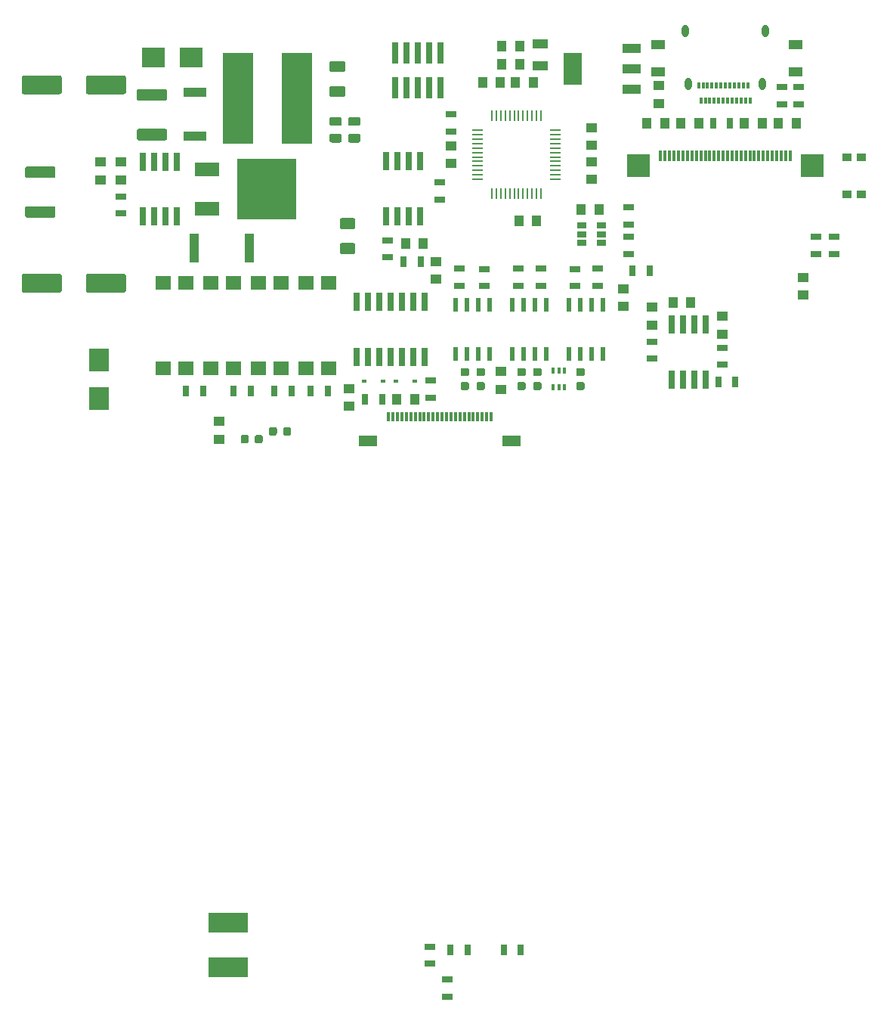
<source format=gbr>
G04 #@! TF.GenerationSoftware,KiCad,Pcbnew,5.1.5+dfsg1-2build2*
G04 #@! TF.CreationDate,2021-05-28T09:23:46+02:00*
G04 #@! TF.ProjectId,OpenDropV4,4f70656e-4472-46f7-9056-342e6b696361,rev?*
G04 #@! TF.SameCoordinates,Original*
G04 #@! TF.FileFunction,Paste,Bot*
G04 #@! TF.FilePolarity,Positive*
%FSLAX46Y46*%
G04 Gerber Fmt 4.6, Leading zero omitted, Abs format (unit mm)*
G04 Created by KiCad (PCBNEW 5.1.5+dfsg1-2build2) date 2021-05-28 09:23:46*
%MOMM*%
%LPD*%
G04 APERTURE LIST*
%ADD10O,0.800000X1.400000*%
%ADD11R,0.300000X0.700000*%
%ADD12R,4.500000X2.200000*%
%ADD13R,2.000000X1.300000*%
%ADD14R,0.300000X1.000000*%
%ADD15R,1.000000X1.250000*%
%ADD16R,1.800000X1.000000*%
%ADD17R,1.250000X1.000000*%
%ADD18R,1.700000X1.600000*%
%ADD19R,1.300000X0.700000*%
%ADD20R,0.610000X1.520000*%
%ADD21R,0.700000X1.300000*%
%ADD22R,2.780000X1.550000*%
%ADD23R,6.730000X6.740000*%
%ADD24R,0.660400X2.032000*%
%ADD25R,1.000000X3.200000*%
%ADD26R,2.500000X1.000000*%
%ADD27R,2.500000X2.300000*%
%ADD28R,3.500000X10.200000*%
%ADD29R,1.060000X0.650000*%
%ADD30R,0.600000X0.450000*%
%ADD31R,1.300000X0.250000*%
%ADD32R,0.250000X1.300000*%
%ADD33R,2.032000X3.657600*%
%ADD34R,2.032000X1.016000*%
%ADD35R,1.000000X0.900000*%
%ADD36R,1.600000X1.000000*%
%ADD37R,0.300000X1.250000*%
%ADD38R,2.500000X2.500000*%
%ADD39R,0.740000X2.400000*%
%ADD40C,0.100000*%
%ADD41R,0.400000X0.650000*%
%ADD42R,2.300000X2.500000*%
G04 APERTURE END LIST*
D10*
X127870000Y-39010000D03*
D11*
X129250000Y-40920000D03*
X129750000Y-40920000D03*
X130250000Y-40920000D03*
X130750000Y-40920000D03*
X131250000Y-40920000D03*
X131750000Y-40920000D03*
X132250000Y-40920000D03*
X134750000Y-40920000D03*
X133750000Y-40920000D03*
X133250000Y-40920000D03*
X132750000Y-40920000D03*
X134250000Y-40920000D03*
X134500000Y-39220000D03*
D10*
X136130000Y-39010000D03*
X136490000Y-33060000D03*
X127510000Y-33060000D03*
D11*
X134000000Y-39220000D03*
X133500000Y-39220000D03*
X133000000Y-39220000D03*
X132500000Y-39220000D03*
X132000000Y-39220000D03*
X131500000Y-39220000D03*
X131000000Y-39220000D03*
X130500000Y-39220000D03*
X130000000Y-39220000D03*
X129500000Y-39220000D03*
X129000000Y-39220000D03*
D12*
X76265000Y-137939000D03*
X76265000Y-132939000D03*
D13*
X108050000Y-79000000D03*
X91950000Y-79000000D03*
D14*
X105750000Y-76300000D03*
X105250000Y-76300000D03*
X104750000Y-76300000D03*
X104250000Y-76300000D03*
X103750000Y-76300000D03*
X103250000Y-76300000D03*
X102750000Y-76300000D03*
X102250000Y-76300000D03*
X101750000Y-76300000D03*
X101250000Y-76300000D03*
X100750000Y-76300000D03*
X100250000Y-76300000D03*
X99750000Y-76300000D03*
X99250000Y-76300000D03*
X98750000Y-76300000D03*
X98250000Y-76300000D03*
X97750000Y-76300000D03*
X97250000Y-76300000D03*
X96750000Y-76300000D03*
X96250000Y-76300000D03*
X95750000Y-76300000D03*
X95250000Y-76300000D03*
X94750000Y-76300000D03*
X94250000Y-76300000D03*
D15*
X108950000Y-34757000D03*
X106950000Y-34757000D03*
D16*
X111252000Y-34523000D03*
X111252000Y-37023000D03*
D17*
X101219000Y-45949000D03*
X101219000Y-47949000D03*
D18*
X85011000Y-70817000D03*
X87551000Y-70817000D03*
X87551000Y-61317000D03*
X85011000Y-61317000D03*
D19*
X102156000Y-61619500D03*
X102156000Y-59719500D03*
D20*
X118285000Y-69244000D03*
X117015000Y-69244000D03*
X115745000Y-69244000D03*
X114475000Y-69244000D03*
X114475000Y-63779000D03*
X115745000Y-63779000D03*
X117015000Y-63779000D03*
X118285000Y-63779000D03*
X111935000Y-63779000D03*
X110665000Y-63779000D03*
X109395000Y-63779000D03*
X108125000Y-63779000D03*
X108125000Y-69244000D03*
X109395000Y-69244000D03*
X110665000Y-69244000D03*
X111935000Y-69244000D03*
D19*
X64262000Y-53528000D03*
X64262000Y-51628000D03*
X101219000Y-42443000D03*
X101219000Y-44343000D03*
D21*
X107177800Y-135966200D03*
X109077800Y-135966200D03*
X101183400Y-135966200D03*
X103083400Y-135966200D03*
D19*
X100812600Y-139283400D03*
X100812600Y-141183400D03*
X98882200Y-135625800D03*
X98882200Y-137525800D03*
D21*
X133126000Y-72363040D03*
X131226000Y-72363040D03*
D19*
X131650000Y-70460000D03*
X131650000Y-68560000D03*
X123794000Y-69757040D03*
X123794000Y-67857040D03*
X98984000Y-72253000D03*
X98984000Y-74153000D03*
D21*
X71567000Y-73365000D03*
X73467000Y-73365000D03*
X76901000Y-73365000D03*
X78801000Y-73365000D03*
X87437000Y-73365000D03*
X85537000Y-73365000D03*
X81473000Y-73365000D03*
X83373000Y-73365000D03*
D19*
X117650000Y-61619500D03*
X117650000Y-59719500D03*
X140208000Y-41295000D03*
X140208000Y-39395000D03*
X144145000Y-56159000D03*
X144145000Y-58059000D03*
D21*
X121605000Y-59903000D03*
X123505000Y-59903000D03*
D19*
X142113000Y-56159000D03*
X142113000Y-58059000D03*
X115175000Y-61625000D03*
X115175000Y-59725000D03*
X108760000Y-61619500D03*
X108760000Y-59719500D03*
X104975000Y-61625000D03*
X104975000Y-59725000D03*
X111300000Y-61619500D03*
X111300000Y-59719500D03*
X99949000Y-51963000D03*
X99949000Y-50063000D03*
D21*
X93518000Y-74346000D03*
X91618000Y-74346000D03*
X95951000Y-58887000D03*
X97851000Y-58887000D03*
D22*
X73932000Y-48620000D03*
D23*
X80567000Y-50800000D03*
D22*
X73932000Y-52980000D03*
D18*
X74343000Y-70817000D03*
X76883000Y-70817000D03*
X76883000Y-61317000D03*
X74343000Y-61317000D03*
X69009000Y-70817000D03*
X71549000Y-70817000D03*
X71549000Y-61317000D03*
X69009000Y-61317000D03*
X79677000Y-70817000D03*
X82217000Y-70817000D03*
X82217000Y-61317000D03*
X79677000Y-61317000D03*
D20*
X105585000Y-69244000D03*
X104315000Y-69244000D03*
X103045000Y-69244000D03*
X101775000Y-69244000D03*
X101775000Y-63779000D03*
X103045000Y-63779000D03*
X104315000Y-63779000D03*
X105585000Y-63779000D03*
D17*
X123794000Y-65997040D03*
X123794000Y-63997040D03*
D24*
X129763000Y-72134440D03*
X128493000Y-72134440D03*
X127223000Y-72134440D03*
X125953000Y-72134440D03*
X125953000Y-65987640D03*
X127223000Y-65987640D03*
X128493000Y-65987640D03*
X129763000Y-65987640D03*
D25*
X72465000Y-57363000D03*
X78665000Y-57363000D03*
D26*
X72565000Y-44895000D03*
X72565000Y-39995000D03*
D17*
X61976000Y-49768000D03*
X61976000Y-47768000D03*
X64262000Y-47768000D03*
X64262000Y-49768000D03*
X75235000Y-78775000D03*
X75235000Y-76775000D03*
D27*
X67875000Y-36095000D03*
X72175000Y-36095000D03*
D17*
X131668000Y-65013040D03*
X131668000Y-67013040D03*
D15*
X126127000Y-63459000D03*
X128127000Y-63459000D03*
X106791000Y-38821000D03*
X104791000Y-38821000D03*
D17*
X140716000Y-62681000D03*
X140716000Y-60681000D03*
D15*
X108950000Y-36789000D03*
X106950000Y-36789000D03*
D17*
X116967000Y-45917000D03*
X116967000Y-43917000D03*
D28*
X83945000Y-40599000D03*
X77345000Y-40599000D03*
D15*
X125206000Y-43393000D03*
X123206000Y-43393000D03*
X137938000Y-43393000D03*
X139938000Y-43393000D03*
X127016000Y-43393000D03*
X129016000Y-43393000D03*
X136128000Y-43393000D03*
X134128000Y-43393000D03*
X117840000Y-53045000D03*
X115840000Y-53045000D03*
D17*
X120523000Y-63951000D03*
X120523000Y-61951000D03*
D24*
X66675000Y-47726600D03*
X67945000Y-47726600D03*
X69215000Y-47726600D03*
X70485000Y-47726600D03*
X70485000Y-53873400D03*
X69215000Y-53873400D03*
X67945000Y-53873400D03*
X66675000Y-53873400D03*
X93980000Y-47685600D03*
X95250000Y-47685600D03*
X96520000Y-47685600D03*
X97790000Y-47685600D03*
X97790000Y-53832400D03*
X96520000Y-53832400D03*
X95250000Y-53832400D03*
X93980000Y-53832400D03*
D29*
X115867000Y-56789000D03*
X115867000Y-55839000D03*
X115867000Y-54889000D03*
X118067000Y-54889000D03*
X118067000Y-56789000D03*
X118067000Y-55839000D03*
D17*
X89789000Y-73127000D03*
X89789000Y-75127000D03*
D15*
X95190000Y-74346000D03*
X97190000Y-74346000D03*
X96155000Y-56855000D03*
X98155000Y-56855000D03*
D30*
X91533000Y-72314000D03*
X93633000Y-72314000D03*
X97189000Y-72314000D03*
X95089000Y-72314000D03*
D24*
X90690000Y-63426600D03*
X91960000Y-63426600D03*
X93230000Y-63426600D03*
X94500000Y-63426600D03*
X95770000Y-63426600D03*
X97040000Y-63426600D03*
X98310000Y-63426600D03*
X98310000Y-69573400D03*
X97040000Y-69573400D03*
X94500000Y-69573400D03*
X93230000Y-69573400D03*
X91960000Y-69573400D03*
X90690000Y-69573400D03*
X95770000Y-69573400D03*
D15*
X108474000Y-38821000D03*
X110474000Y-38821000D03*
D31*
X112935000Y-44199000D03*
X112935000Y-44699000D03*
X112935000Y-45199000D03*
X112935000Y-45699000D03*
X112935000Y-46199000D03*
X112935000Y-46699000D03*
X112935000Y-47199000D03*
X112935000Y-47699000D03*
X112935000Y-48199000D03*
X112935000Y-48699000D03*
X112935000Y-49199000D03*
X112935000Y-49699000D03*
D32*
X111335000Y-51299000D03*
X110835000Y-51299000D03*
X110335000Y-51299000D03*
X109835000Y-51299000D03*
X109335000Y-51299000D03*
X108835000Y-51299000D03*
X108335000Y-51299000D03*
X107835000Y-51299000D03*
X107335000Y-51299000D03*
X106835000Y-51299000D03*
X106335000Y-51299000D03*
X105835000Y-51299000D03*
D31*
X104235000Y-49699000D03*
X104235000Y-49199000D03*
X104235000Y-48699000D03*
X104235000Y-48199000D03*
X104235000Y-47699000D03*
X104235000Y-47199000D03*
X104235000Y-46699000D03*
X104235000Y-46199000D03*
X104235000Y-45699000D03*
X104235000Y-45199000D03*
X104235000Y-44699000D03*
X104235000Y-44199000D03*
D32*
X105835000Y-42599000D03*
X106335000Y-42599000D03*
X106835000Y-42599000D03*
X107335000Y-42599000D03*
X107835000Y-42599000D03*
X108335000Y-42599000D03*
X108835000Y-42599000D03*
X109335000Y-42599000D03*
X109835000Y-42599000D03*
X110335000Y-42599000D03*
X110835000Y-42599000D03*
X111335000Y-42599000D03*
D15*
X110855000Y-54315000D03*
X108855000Y-54315000D03*
D17*
X116967000Y-47727000D03*
X116967000Y-49727000D03*
D33*
X114898000Y-37297000D03*
D34*
X121502000Y-37297000D03*
X121502000Y-39583000D03*
X121502000Y-35011000D03*
D35*
X147231000Y-51348500D03*
X145631000Y-51348500D03*
X147231000Y-47248500D03*
X145631000Y-47248500D03*
D36*
X139827000Y-34645000D03*
X139827000Y-37645000D03*
X124495000Y-37645000D03*
X124495000Y-34645000D03*
D17*
X124500000Y-41218000D03*
X124500000Y-39218000D03*
D37*
X139250000Y-47025000D03*
X137250000Y-47025000D03*
X137750000Y-47025000D03*
X138750000Y-47025000D03*
X138250000Y-47025000D03*
X136250000Y-47025000D03*
X136750000Y-47025000D03*
X135750000Y-47025000D03*
X135250000Y-47025000D03*
X132250000Y-47025000D03*
X132750000Y-47025000D03*
X133750000Y-47025000D03*
X133250000Y-47025000D03*
X134750000Y-47025000D03*
X134250000Y-47025000D03*
X126750000Y-47025000D03*
X127250000Y-47025000D03*
X125750000Y-47025000D03*
X126250000Y-47025000D03*
X125250000Y-47025000D03*
X124750000Y-47025000D03*
X127750000Y-47025000D03*
X128250000Y-47025000D03*
X129250000Y-47025000D03*
X128750000Y-47025000D03*
X130750000Y-47025000D03*
X131250000Y-47025000D03*
X130250000Y-47025000D03*
X129750000Y-47025000D03*
D38*
X122250000Y-48125000D03*
X141750000Y-48125000D03*
D37*
X131750000Y-47025000D03*
D19*
X121158000Y-54757000D03*
X121158000Y-52857000D03*
X121158000Y-56159000D03*
X121158000Y-58059000D03*
D17*
X99568000Y-58903000D03*
X99568000Y-60903000D03*
D39*
X100040000Y-39475600D03*
X100040000Y-35575600D03*
X98770000Y-39475600D03*
X98770000Y-35575600D03*
X97500000Y-39475600D03*
X97500000Y-35575600D03*
X96230000Y-39475600D03*
X96230000Y-35575600D03*
X94960000Y-39475600D03*
X94960000Y-35575600D03*
D19*
X94107000Y-56540000D03*
X94107000Y-58440000D03*
D17*
X106858000Y-71187000D03*
X106858000Y-73187000D03*
D19*
X138303000Y-41295000D03*
X138303000Y-39395000D03*
D21*
X130622000Y-43393000D03*
X132522000Y-43393000D03*
D40*
G36*
X89156004Y-36444704D02*
G01*
X89180273Y-36448304D01*
X89204071Y-36454265D01*
X89227171Y-36462530D01*
X89249349Y-36473020D01*
X89270393Y-36485633D01*
X89290098Y-36500247D01*
X89308277Y-36516723D01*
X89324753Y-36534902D01*
X89339367Y-36554607D01*
X89351980Y-36575651D01*
X89362470Y-36597829D01*
X89370735Y-36620929D01*
X89376696Y-36644727D01*
X89380296Y-36668996D01*
X89381500Y-36693500D01*
X89381500Y-37443500D01*
X89380296Y-37468004D01*
X89376696Y-37492273D01*
X89370735Y-37516071D01*
X89362470Y-37539171D01*
X89351980Y-37561349D01*
X89339367Y-37582393D01*
X89324753Y-37602098D01*
X89308277Y-37620277D01*
X89290098Y-37636753D01*
X89270393Y-37651367D01*
X89249349Y-37663980D01*
X89227171Y-37674470D01*
X89204071Y-37682735D01*
X89180273Y-37688696D01*
X89156004Y-37692296D01*
X89131500Y-37693500D01*
X87881500Y-37693500D01*
X87856996Y-37692296D01*
X87832727Y-37688696D01*
X87808929Y-37682735D01*
X87785829Y-37674470D01*
X87763651Y-37663980D01*
X87742607Y-37651367D01*
X87722902Y-37636753D01*
X87704723Y-37620277D01*
X87688247Y-37602098D01*
X87673633Y-37582393D01*
X87661020Y-37561349D01*
X87650530Y-37539171D01*
X87642265Y-37516071D01*
X87636304Y-37492273D01*
X87632704Y-37468004D01*
X87631500Y-37443500D01*
X87631500Y-36693500D01*
X87632704Y-36668996D01*
X87636304Y-36644727D01*
X87642265Y-36620929D01*
X87650530Y-36597829D01*
X87661020Y-36575651D01*
X87673633Y-36554607D01*
X87688247Y-36534902D01*
X87704723Y-36516723D01*
X87722902Y-36500247D01*
X87742607Y-36485633D01*
X87763651Y-36473020D01*
X87785829Y-36462530D01*
X87808929Y-36454265D01*
X87832727Y-36448304D01*
X87856996Y-36444704D01*
X87881500Y-36443500D01*
X89131500Y-36443500D01*
X89156004Y-36444704D01*
G37*
G36*
X89156004Y-39244704D02*
G01*
X89180273Y-39248304D01*
X89204071Y-39254265D01*
X89227171Y-39262530D01*
X89249349Y-39273020D01*
X89270393Y-39285633D01*
X89290098Y-39300247D01*
X89308277Y-39316723D01*
X89324753Y-39334902D01*
X89339367Y-39354607D01*
X89351980Y-39375651D01*
X89362470Y-39397829D01*
X89370735Y-39420929D01*
X89376696Y-39444727D01*
X89380296Y-39468996D01*
X89381500Y-39493500D01*
X89381500Y-40243500D01*
X89380296Y-40268004D01*
X89376696Y-40292273D01*
X89370735Y-40316071D01*
X89362470Y-40339171D01*
X89351980Y-40361349D01*
X89339367Y-40382393D01*
X89324753Y-40402098D01*
X89308277Y-40420277D01*
X89290098Y-40436753D01*
X89270393Y-40451367D01*
X89249349Y-40463980D01*
X89227171Y-40474470D01*
X89204071Y-40482735D01*
X89180273Y-40488696D01*
X89156004Y-40492296D01*
X89131500Y-40493500D01*
X87881500Y-40493500D01*
X87856996Y-40492296D01*
X87832727Y-40488696D01*
X87808929Y-40482735D01*
X87785829Y-40474470D01*
X87763651Y-40463980D01*
X87742607Y-40451367D01*
X87722902Y-40436753D01*
X87704723Y-40420277D01*
X87688247Y-40402098D01*
X87673633Y-40382393D01*
X87661020Y-40361349D01*
X87650530Y-40339171D01*
X87642265Y-40316071D01*
X87636304Y-40292273D01*
X87632704Y-40268004D01*
X87631500Y-40243500D01*
X87631500Y-39493500D01*
X87632704Y-39468996D01*
X87636304Y-39444727D01*
X87642265Y-39420929D01*
X87650530Y-39397829D01*
X87661020Y-39375651D01*
X87673633Y-39354607D01*
X87688247Y-39334902D01*
X87704723Y-39316723D01*
X87722902Y-39300247D01*
X87742607Y-39285633D01*
X87763651Y-39273020D01*
X87785829Y-39262530D01*
X87808929Y-39254265D01*
X87832727Y-39248304D01*
X87856996Y-39244704D01*
X87881500Y-39243500D01*
X89131500Y-39243500D01*
X89156004Y-39244704D01*
G37*
G36*
X64603504Y-38067204D02*
G01*
X64627773Y-38070804D01*
X64651571Y-38076765D01*
X64674671Y-38085030D01*
X64696849Y-38095520D01*
X64717893Y-38108133D01*
X64737598Y-38122747D01*
X64755777Y-38139223D01*
X64772253Y-38157402D01*
X64786867Y-38177107D01*
X64799480Y-38198151D01*
X64809970Y-38220329D01*
X64818235Y-38243429D01*
X64824196Y-38267227D01*
X64827796Y-38291496D01*
X64829000Y-38316000D01*
X64829000Y-39916000D01*
X64827796Y-39940504D01*
X64824196Y-39964773D01*
X64818235Y-39988571D01*
X64809970Y-40011671D01*
X64799480Y-40033849D01*
X64786867Y-40054893D01*
X64772253Y-40074598D01*
X64755777Y-40092777D01*
X64737598Y-40109253D01*
X64717893Y-40123867D01*
X64696849Y-40136480D01*
X64674671Y-40146970D01*
X64651571Y-40155235D01*
X64627773Y-40161196D01*
X64603504Y-40164796D01*
X64579000Y-40166000D01*
X60579000Y-40166000D01*
X60554496Y-40164796D01*
X60530227Y-40161196D01*
X60506429Y-40155235D01*
X60483329Y-40146970D01*
X60461151Y-40136480D01*
X60440107Y-40123867D01*
X60420402Y-40109253D01*
X60402223Y-40092777D01*
X60385747Y-40074598D01*
X60371133Y-40054893D01*
X60358520Y-40033849D01*
X60348030Y-40011671D01*
X60339765Y-39988571D01*
X60333804Y-39964773D01*
X60330204Y-39940504D01*
X60329000Y-39916000D01*
X60329000Y-38316000D01*
X60330204Y-38291496D01*
X60333804Y-38267227D01*
X60339765Y-38243429D01*
X60348030Y-38220329D01*
X60358520Y-38198151D01*
X60371133Y-38177107D01*
X60385747Y-38157402D01*
X60402223Y-38139223D01*
X60420402Y-38122747D01*
X60440107Y-38108133D01*
X60461151Y-38095520D01*
X60483329Y-38085030D01*
X60506429Y-38076765D01*
X60530227Y-38070804D01*
X60554496Y-38067204D01*
X60579000Y-38066000D01*
X64579000Y-38066000D01*
X64603504Y-38067204D01*
G37*
G36*
X57403504Y-38067204D02*
G01*
X57427773Y-38070804D01*
X57451571Y-38076765D01*
X57474671Y-38085030D01*
X57496849Y-38095520D01*
X57517893Y-38108133D01*
X57537598Y-38122747D01*
X57555777Y-38139223D01*
X57572253Y-38157402D01*
X57586867Y-38177107D01*
X57599480Y-38198151D01*
X57609970Y-38220329D01*
X57618235Y-38243429D01*
X57624196Y-38267227D01*
X57627796Y-38291496D01*
X57629000Y-38316000D01*
X57629000Y-39916000D01*
X57627796Y-39940504D01*
X57624196Y-39964773D01*
X57618235Y-39988571D01*
X57609970Y-40011671D01*
X57599480Y-40033849D01*
X57586867Y-40054893D01*
X57572253Y-40074598D01*
X57555777Y-40092777D01*
X57537598Y-40109253D01*
X57517893Y-40123867D01*
X57496849Y-40136480D01*
X57474671Y-40146970D01*
X57451571Y-40155235D01*
X57427773Y-40161196D01*
X57403504Y-40164796D01*
X57379000Y-40166000D01*
X53379000Y-40166000D01*
X53354496Y-40164796D01*
X53330227Y-40161196D01*
X53306429Y-40155235D01*
X53283329Y-40146970D01*
X53261151Y-40136480D01*
X53240107Y-40123867D01*
X53220402Y-40109253D01*
X53202223Y-40092777D01*
X53185747Y-40074598D01*
X53171133Y-40054893D01*
X53158520Y-40033849D01*
X53148030Y-40011671D01*
X53139765Y-39988571D01*
X53133804Y-39964773D01*
X53130204Y-39940504D01*
X53129000Y-39916000D01*
X53129000Y-38316000D01*
X53130204Y-38291496D01*
X53133804Y-38267227D01*
X53139765Y-38243429D01*
X53148030Y-38220329D01*
X53158520Y-38198151D01*
X53171133Y-38177107D01*
X53185747Y-38157402D01*
X53202223Y-38139223D01*
X53220402Y-38122747D01*
X53240107Y-38108133D01*
X53261151Y-38095520D01*
X53283329Y-38085030D01*
X53306429Y-38076765D01*
X53330227Y-38070804D01*
X53354496Y-38067204D01*
X53379000Y-38066000D01*
X57379000Y-38066000D01*
X57403504Y-38067204D01*
G37*
G36*
X64603504Y-60279704D02*
G01*
X64627773Y-60283304D01*
X64651571Y-60289265D01*
X64674671Y-60297530D01*
X64696849Y-60308020D01*
X64717893Y-60320633D01*
X64737598Y-60335247D01*
X64755777Y-60351723D01*
X64772253Y-60369902D01*
X64786867Y-60389607D01*
X64799480Y-60410651D01*
X64809970Y-60432829D01*
X64818235Y-60455929D01*
X64824196Y-60479727D01*
X64827796Y-60503996D01*
X64829000Y-60528500D01*
X64829000Y-62128500D01*
X64827796Y-62153004D01*
X64824196Y-62177273D01*
X64818235Y-62201071D01*
X64809970Y-62224171D01*
X64799480Y-62246349D01*
X64786867Y-62267393D01*
X64772253Y-62287098D01*
X64755777Y-62305277D01*
X64737598Y-62321753D01*
X64717893Y-62336367D01*
X64696849Y-62348980D01*
X64674671Y-62359470D01*
X64651571Y-62367735D01*
X64627773Y-62373696D01*
X64603504Y-62377296D01*
X64579000Y-62378500D01*
X60579000Y-62378500D01*
X60554496Y-62377296D01*
X60530227Y-62373696D01*
X60506429Y-62367735D01*
X60483329Y-62359470D01*
X60461151Y-62348980D01*
X60440107Y-62336367D01*
X60420402Y-62321753D01*
X60402223Y-62305277D01*
X60385747Y-62287098D01*
X60371133Y-62267393D01*
X60358520Y-62246349D01*
X60348030Y-62224171D01*
X60339765Y-62201071D01*
X60333804Y-62177273D01*
X60330204Y-62153004D01*
X60329000Y-62128500D01*
X60329000Y-60528500D01*
X60330204Y-60503996D01*
X60333804Y-60479727D01*
X60339765Y-60455929D01*
X60348030Y-60432829D01*
X60358520Y-60410651D01*
X60371133Y-60389607D01*
X60385747Y-60369902D01*
X60402223Y-60351723D01*
X60420402Y-60335247D01*
X60440107Y-60320633D01*
X60461151Y-60308020D01*
X60483329Y-60297530D01*
X60506429Y-60289265D01*
X60530227Y-60283304D01*
X60554496Y-60279704D01*
X60579000Y-60278500D01*
X64579000Y-60278500D01*
X64603504Y-60279704D01*
G37*
G36*
X57403504Y-60279704D02*
G01*
X57427773Y-60283304D01*
X57451571Y-60289265D01*
X57474671Y-60297530D01*
X57496849Y-60308020D01*
X57517893Y-60320633D01*
X57537598Y-60335247D01*
X57555777Y-60351723D01*
X57572253Y-60369902D01*
X57586867Y-60389607D01*
X57599480Y-60410651D01*
X57609970Y-60432829D01*
X57618235Y-60455929D01*
X57624196Y-60479727D01*
X57627796Y-60503996D01*
X57629000Y-60528500D01*
X57629000Y-62128500D01*
X57627796Y-62153004D01*
X57624196Y-62177273D01*
X57618235Y-62201071D01*
X57609970Y-62224171D01*
X57599480Y-62246349D01*
X57586867Y-62267393D01*
X57572253Y-62287098D01*
X57555777Y-62305277D01*
X57537598Y-62321753D01*
X57517893Y-62336367D01*
X57496849Y-62348980D01*
X57474671Y-62359470D01*
X57451571Y-62367735D01*
X57427773Y-62373696D01*
X57403504Y-62377296D01*
X57379000Y-62378500D01*
X53379000Y-62378500D01*
X53354496Y-62377296D01*
X53330227Y-62373696D01*
X53306429Y-62367735D01*
X53283329Y-62359470D01*
X53261151Y-62348980D01*
X53240107Y-62336367D01*
X53220402Y-62321753D01*
X53202223Y-62305277D01*
X53185747Y-62287098D01*
X53171133Y-62267393D01*
X53158520Y-62246349D01*
X53148030Y-62224171D01*
X53139765Y-62201071D01*
X53133804Y-62177273D01*
X53130204Y-62153004D01*
X53129000Y-62128500D01*
X53129000Y-60528500D01*
X53130204Y-60503996D01*
X53133804Y-60479727D01*
X53139765Y-60455929D01*
X53148030Y-60432829D01*
X53158520Y-60410651D01*
X53171133Y-60389607D01*
X53185747Y-60369902D01*
X53202223Y-60351723D01*
X53220402Y-60335247D01*
X53240107Y-60320633D01*
X53261151Y-60308020D01*
X53283329Y-60297530D01*
X53306429Y-60289265D01*
X53330227Y-60283304D01*
X53354496Y-60279704D01*
X53379000Y-60278500D01*
X57379000Y-60278500D01*
X57403504Y-60279704D01*
G37*
G36*
X69216504Y-44045204D02*
G01*
X69240773Y-44048804D01*
X69264571Y-44054765D01*
X69287671Y-44063030D01*
X69309849Y-44073520D01*
X69330893Y-44086133D01*
X69350598Y-44100747D01*
X69368777Y-44117223D01*
X69385253Y-44135402D01*
X69399867Y-44155107D01*
X69412480Y-44176151D01*
X69422970Y-44198329D01*
X69431235Y-44221429D01*
X69437196Y-44245227D01*
X69440796Y-44269496D01*
X69442000Y-44294000D01*
X69442000Y-45094000D01*
X69440796Y-45118504D01*
X69437196Y-45142773D01*
X69431235Y-45166571D01*
X69422970Y-45189671D01*
X69412480Y-45211849D01*
X69399867Y-45232893D01*
X69385253Y-45252598D01*
X69368777Y-45270777D01*
X69350598Y-45287253D01*
X69330893Y-45301867D01*
X69309849Y-45314480D01*
X69287671Y-45324970D01*
X69264571Y-45333235D01*
X69240773Y-45339196D01*
X69216504Y-45342796D01*
X69192000Y-45344000D01*
X66292000Y-45344000D01*
X66267496Y-45342796D01*
X66243227Y-45339196D01*
X66219429Y-45333235D01*
X66196329Y-45324970D01*
X66174151Y-45314480D01*
X66153107Y-45301867D01*
X66133402Y-45287253D01*
X66115223Y-45270777D01*
X66098747Y-45252598D01*
X66084133Y-45232893D01*
X66071520Y-45211849D01*
X66061030Y-45189671D01*
X66052765Y-45166571D01*
X66046804Y-45142773D01*
X66043204Y-45118504D01*
X66042000Y-45094000D01*
X66042000Y-44294000D01*
X66043204Y-44269496D01*
X66046804Y-44245227D01*
X66052765Y-44221429D01*
X66061030Y-44198329D01*
X66071520Y-44176151D01*
X66084133Y-44155107D01*
X66098747Y-44135402D01*
X66115223Y-44117223D01*
X66133402Y-44100747D01*
X66153107Y-44086133D01*
X66174151Y-44073520D01*
X66196329Y-44063030D01*
X66219429Y-44054765D01*
X66243227Y-44048804D01*
X66267496Y-44045204D01*
X66292000Y-44044000D01*
X69192000Y-44044000D01*
X69216504Y-44045204D01*
G37*
G36*
X69216504Y-39595204D02*
G01*
X69240773Y-39598804D01*
X69264571Y-39604765D01*
X69287671Y-39613030D01*
X69309849Y-39623520D01*
X69330893Y-39636133D01*
X69350598Y-39650747D01*
X69368777Y-39667223D01*
X69385253Y-39685402D01*
X69399867Y-39705107D01*
X69412480Y-39726151D01*
X69422970Y-39748329D01*
X69431235Y-39771429D01*
X69437196Y-39795227D01*
X69440796Y-39819496D01*
X69442000Y-39844000D01*
X69442000Y-40644000D01*
X69440796Y-40668504D01*
X69437196Y-40692773D01*
X69431235Y-40716571D01*
X69422970Y-40739671D01*
X69412480Y-40761849D01*
X69399867Y-40782893D01*
X69385253Y-40802598D01*
X69368777Y-40820777D01*
X69350598Y-40837253D01*
X69330893Y-40851867D01*
X69309849Y-40864480D01*
X69287671Y-40874970D01*
X69264571Y-40883235D01*
X69240773Y-40889196D01*
X69216504Y-40892796D01*
X69192000Y-40894000D01*
X66292000Y-40894000D01*
X66267496Y-40892796D01*
X66243227Y-40889196D01*
X66219429Y-40883235D01*
X66196329Y-40874970D01*
X66174151Y-40864480D01*
X66153107Y-40851867D01*
X66133402Y-40837253D01*
X66115223Y-40820777D01*
X66098747Y-40802598D01*
X66084133Y-40782893D01*
X66071520Y-40761849D01*
X66061030Y-40739671D01*
X66052765Y-40716571D01*
X66046804Y-40692773D01*
X66043204Y-40668504D01*
X66042000Y-40644000D01*
X66042000Y-39844000D01*
X66043204Y-39819496D01*
X66046804Y-39795227D01*
X66052765Y-39771429D01*
X66061030Y-39748329D01*
X66071520Y-39726151D01*
X66084133Y-39705107D01*
X66098747Y-39685402D01*
X66115223Y-39667223D01*
X66133402Y-39650747D01*
X66153107Y-39636133D01*
X66174151Y-39623520D01*
X66196329Y-39613030D01*
X66219429Y-39604765D01*
X66243227Y-39598804D01*
X66267496Y-39595204D01*
X66292000Y-39594000D01*
X69192000Y-39594000D01*
X69216504Y-39595204D01*
G37*
G36*
X56699504Y-48251204D02*
G01*
X56723773Y-48254804D01*
X56747571Y-48260765D01*
X56770671Y-48269030D01*
X56792849Y-48279520D01*
X56813893Y-48292133D01*
X56833598Y-48306747D01*
X56851777Y-48323223D01*
X56868253Y-48341402D01*
X56882867Y-48361107D01*
X56895480Y-48382151D01*
X56905970Y-48404329D01*
X56914235Y-48427429D01*
X56920196Y-48451227D01*
X56923796Y-48475496D01*
X56925000Y-48500000D01*
X56925000Y-49300000D01*
X56923796Y-49324504D01*
X56920196Y-49348773D01*
X56914235Y-49372571D01*
X56905970Y-49395671D01*
X56895480Y-49417849D01*
X56882867Y-49438893D01*
X56868253Y-49458598D01*
X56851777Y-49476777D01*
X56833598Y-49493253D01*
X56813893Y-49507867D01*
X56792849Y-49520480D01*
X56770671Y-49530970D01*
X56747571Y-49539235D01*
X56723773Y-49545196D01*
X56699504Y-49548796D01*
X56675000Y-49550000D01*
X53775000Y-49550000D01*
X53750496Y-49548796D01*
X53726227Y-49545196D01*
X53702429Y-49539235D01*
X53679329Y-49530970D01*
X53657151Y-49520480D01*
X53636107Y-49507867D01*
X53616402Y-49493253D01*
X53598223Y-49476777D01*
X53581747Y-49458598D01*
X53567133Y-49438893D01*
X53554520Y-49417849D01*
X53544030Y-49395671D01*
X53535765Y-49372571D01*
X53529804Y-49348773D01*
X53526204Y-49324504D01*
X53525000Y-49300000D01*
X53525000Y-48500000D01*
X53526204Y-48475496D01*
X53529804Y-48451227D01*
X53535765Y-48427429D01*
X53544030Y-48404329D01*
X53554520Y-48382151D01*
X53567133Y-48361107D01*
X53581747Y-48341402D01*
X53598223Y-48323223D01*
X53616402Y-48306747D01*
X53636107Y-48292133D01*
X53657151Y-48279520D01*
X53679329Y-48269030D01*
X53702429Y-48260765D01*
X53726227Y-48254804D01*
X53750496Y-48251204D01*
X53775000Y-48250000D01*
X56675000Y-48250000D01*
X56699504Y-48251204D01*
G37*
G36*
X56699504Y-52701204D02*
G01*
X56723773Y-52704804D01*
X56747571Y-52710765D01*
X56770671Y-52719030D01*
X56792849Y-52729520D01*
X56813893Y-52742133D01*
X56833598Y-52756747D01*
X56851777Y-52773223D01*
X56868253Y-52791402D01*
X56882867Y-52811107D01*
X56895480Y-52832151D01*
X56905970Y-52854329D01*
X56914235Y-52877429D01*
X56920196Y-52901227D01*
X56923796Y-52925496D01*
X56925000Y-52950000D01*
X56925000Y-53750000D01*
X56923796Y-53774504D01*
X56920196Y-53798773D01*
X56914235Y-53822571D01*
X56905970Y-53845671D01*
X56895480Y-53867849D01*
X56882867Y-53888893D01*
X56868253Y-53908598D01*
X56851777Y-53926777D01*
X56833598Y-53943253D01*
X56813893Y-53957867D01*
X56792849Y-53970480D01*
X56770671Y-53980970D01*
X56747571Y-53989235D01*
X56723773Y-53995196D01*
X56699504Y-53998796D01*
X56675000Y-54000000D01*
X53775000Y-54000000D01*
X53750496Y-53998796D01*
X53726227Y-53995196D01*
X53702429Y-53989235D01*
X53679329Y-53980970D01*
X53657151Y-53970480D01*
X53636107Y-53957867D01*
X53616402Y-53943253D01*
X53598223Y-53926777D01*
X53581747Y-53908598D01*
X53567133Y-53888893D01*
X53554520Y-53867849D01*
X53544030Y-53845671D01*
X53535765Y-53822571D01*
X53529804Y-53798773D01*
X53526204Y-53774504D01*
X53525000Y-53750000D01*
X53525000Y-52950000D01*
X53526204Y-52925496D01*
X53529804Y-52901227D01*
X53535765Y-52877429D01*
X53544030Y-52854329D01*
X53554520Y-52832151D01*
X53567133Y-52811107D01*
X53581747Y-52791402D01*
X53598223Y-52773223D01*
X53616402Y-52756747D01*
X53636107Y-52742133D01*
X53657151Y-52729520D01*
X53679329Y-52719030D01*
X53702429Y-52710765D01*
X53726227Y-52704804D01*
X53750496Y-52701204D01*
X53775000Y-52700000D01*
X56675000Y-52700000D01*
X56699504Y-52701204D01*
G37*
G36*
X90299004Y-54034204D02*
G01*
X90323273Y-54037804D01*
X90347071Y-54043765D01*
X90370171Y-54052030D01*
X90392349Y-54062520D01*
X90413393Y-54075133D01*
X90433098Y-54089747D01*
X90451277Y-54106223D01*
X90467753Y-54124402D01*
X90482367Y-54144107D01*
X90494980Y-54165151D01*
X90505470Y-54187329D01*
X90513735Y-54210429D01*
X90519696Y-54234227D01*
X90523296Y-54258496D01*
X90524500Y-54283000D01*
X90524500Y-55033000D01*
X90523296Y-55057504D01*
X90519696Y-55081773D01*
X90513735Y-55105571D01*
X90505470Y-55128671D01*
X90494980Y-55150849D01*
X90482367Y-55171893D01*
X90467753Y-55191598D01*
X90451277Y-55209777D01*
X90433098Y-55226253D01*
X90413393Y-55240867D01*
X90392349Y-55253480D01*
X90370171Y-55263970D01*
X90347071Y-55272235D01*
X90323273Y-55278196D01*
X90299004Y-55281796D01*
X90274500Y-55283000D01*
X89024500Y-55283000D01*
X88999996Y-55281796D01*
X88975727Y-55278196D01*
X88951929Y-55272235D01*
X88928829Y-55263970D01*
X88906651Y-55253480D01*
X88885607Y-55240867D01*
X88865902Y-55226253D01*
X88847723Y-55209777D01*
X88831247Y-55191598D01*
X88816633Y-55171893D01*
X88804020Y-55150849D01*
X88793530Y-55128671D01*
X88785265Y-55105571D01*
X88779304Y-55081773D01*
X88775704Y-55057504D01*
X88774500Y-55033000D01*
X88774500Y-54283000D01*
X88775704Y-54258496D01*
X88779304Y-54234227D01*
X88785265Y-54210429D01*
X88793530Y-54187329D01*
X88804020Y-54165151D01*
X88816633Y-54144107D01*
X88831247Y-54124402D01*
X88847723Y-54106223D01*
X88865902Y-54089747D01*
X88885607Y-54075133D01*
X88906651Y-54062520D01*
X88928829Y-54052030D01*
X88951929Y-54043765D01*
X88975727Y-54037804D01*
X88999996Y-54034204D01*
X89024500Y-54033000D01*
X90274500Y-54033000D01*
X90299004Y-54034204D01*
G37*
G36*
X90299004Y-56834204D02*
G01*
X90323273Y-56837804D01*
X90347071Y-56843765D01*
X90370171Y-56852030D01*
X90392349Y-56862520D01*
X90413393Y-56875133D01*
X90433098Y-56889747D01*
X90451277Y-56906223D01*
X90467753Y-56924402D01*
X90482367Y-56944107D01*
X90494980Y-56965151D01*
X90505470Y-56987329D01*
X90513735Y-57010429D01*
X90519696Y-57034227D01*
X90523296Y-57058496D01*
X90524500Y-57083000D01*
X90524500Y-57833000D01*
X90523296Y-57857504D01*
X90519696Y-57881773D01*
X90513735Y-57905571D01*
X90505470Y-57928671D01*
X90494980Y-57950849D01*
X90482367Y-57971893D01*
X90467753Y-57991598D01*
X90451277Y-58009777D01*
X90433098Y-58026253D01*
X90413393Y-58040867D01*
X90392349Y-58053480D01*
X90370171Y-58063970D01*
X90347071Y-58072235D01*
X90323273Y-58078196D01*
X90299004Y-58081796D01*
X90274500Y-58083000D01*
X89024500Y-58083000D01*
X88999996Y-58081796D01*
X88975727Y-58078196D01*
X88951929Y-58072235D01*
X88928829Y-58063970D01*
X88906651Y-58053480D01*
X88885607Y-58040867D01*
X88865902Y-58026253D01*
X88847723Y-58009777D01*
X88831247Y-57991598D01*
X88816633Y-57971893D01*
X88804020Y-57950849D01*
X88793530Y-57928671D01*
X88785265Y-57905571D01*
X88779304Y-57881773D01*
X88775704Y-57857504D01*
X88774500Y-57833000D01*
X88774500Y-57083000D01*
X88775704Y-57058496D01*
X88779304Y-57034227D01*
X88785265Y-57010429D01*
X88793530Y-56987329D01*
X88804020Y-56965151D01*
X88816633Y-56944107D01*
X88831247Y-56924402D01*
X88847723Y-56906223D01*
X88865902Y-56889747D01*
X88885607Y-56875133D01*
X88906651Y-56862520D01*
X88928829Y-56852030D01*
X88951929Y-56843765D01*
X88975727Y-56837804D01*
X88999996Y-56834204D01*
X89024500Y-56833000D01*
X90274500Y-56833000D01*
X90299004Y-56834204D01*
G37*
G36*
X103071691Y-72411053D02*
G01*
X103092926Y-72414203D01*
X103113750Y-72419419D01*
X103133962Y-72426651D01*
X103153368Y-72435830D01*
X103171781Y-72446866D01*
X103189024Y-72459654D01*
X103204930Y-72474070D01*
X103219346Y-72489976D01*
X103232134Y-72507219D01*
X103243170Y-72525632D01*
X103252349Y-72545038D01*
X103259581Y-72565250D01*
X103264797Y-72586074D01*
X103267947Y-72607309D01*
X103269000Y-72628750D01*
X103269000Y-73066250D01*
X103267947Y-73087691D01*
X103264797Y-73108926D01*
X103259581Y-73129750D01*
X103252349Y-73149962D01*
X103243170Y-73169368D01*
X103232134Y-73187781D01*
X103219346Y-73205024D01*
X103204930Y-73220930D01*
X103189024Y-73235346D01*
X103171781Y-73248134D01*
X103153368Y-73259170D01*
X103133962Y-73268349D01*
X103113750Y-73275581D01*
X103092926Y-73280797D01*
X103071691Y-73283947D01*
X103050250Y-73285000D01*
X102537750Y-73285000D01*
X102516309Y-73283947D01*
X102495074Y-73280797D01*
X102474250Y-73275581D01*
X102454038Y-73268349D01*
X102434632Y-73259170D01*
X102416219Y-73248134D01*
X102398976Y-73235346D01*
X102383070Y-73220930D01*
X102368654Y-73205024D01*
X102355866Y-73187781D01*
X102344830Y-73169368D01*
X102335651Y-73149962D01*
X102328419Y-73129750D01*
X102323203Y-73108926D01*
X102320053Y-73087691D01*
X102319000Y-73066250D01*
X102319000Y-72628750D01*
X102320053Y-72607309D01*
X102323203Y-72586074D01*
X102328419Y-72565250D01*
X102335651Y-72545038D01*
X102344830Y-72525632D01*
X102355866Y-72507219D01*
X102368654Y-72489976D01*
X102383070Y-72474070D01*
X102398976Y-72459654D01*
X102416219Y-72446866D01*
X102434632Y-72435830D01*
X102454038Y-72426651D01*
X102474250Y-72419419D01*
X102495074Y-72414203D01*
X102516309Y-72411053D01*
X102537750Y-72410000D01*
X103050250Y-72410000D01*
X103071691Y-72411053D01*
G37*
G36*
X103071691Y-70836053D02*
G01*
X103092926Y-70839203D01*
X103113750Y-70844419D01*
X103133962Y-70851651D01*
X103153368Y-70860830D01*
X103171781Y-70871866D01*
X103189024Y-70884654D01*
X103204930Y-70899070D01*
X103219346Y-70914976D01*
X103232134Y-70932219D01*
X103243170Y-70950632D01*
X103252349Y-70970038D01*
X103259581Y-70990250D01*
X103264797Y-71011074D01*
X103267947Y-71032309D01*
X103269000Y-71053750D01*
X103269000Y-71491250D01*
X103267947Y-71512691D01*
X103264797Y-71533926D01*
X103259581Y-71554750D01*
X103252349Y-71574962D01*
X103243170Y-71594368D01*
X103232134Y-71612781D01*
X103219346Y-71630024D01*
X103204930Y-71645930D01*
X103189024Y-71660346D01*
X103171781Y-71673134D01*
X103153368Y-71684170D01*
X103133962Y-71693349D01*
X103113750Y-71700581D01*
X103092926Y-71705797D01*
X103071691Y-71708947D01*
X103050250Y-71710000D01*
X102537750Y-71710000D01*
X102516309Y-71708947D01*
X102495074Y-71705797D01*
X102474250Y-71700581D01*
X102454038Y-71693349D01*
X102434632Y-71684170D01*
X102416219Y-71673134D01*
X102398976Y-71660346D01*
X102383070Y-71645930D01*
X102368654Y-71630024D01*
X102355866Y-71612781D01*
X102344830Y-71594368D01*
X102335651Y-71574962D01*
X102328419Y-71554750D01*
X102323203Y-71533926D01*
X102320053Y-71512691D01*
X102319000Y-71491250D01*
X102319000Y-71053750D01*
X102320053Y-71032309D01*
X102323203Y-71011074D01*
X102328419Y-70990250D01*
X102335651Y-70970038D01*
X102344830Y-70950632D01*
X102355866Y-70932219D01*
X102368654Y-70914976D01*
X102383070Y-70899070D01*
X102398976Y-70884654D01*
X102416219Y-70871866D01*
X102434632Y-70860830D01*
X102454038Y-70851651D01*
X102474250Y-70844419D01*
X102495074Y-70839203D01*
X102516309Y-70836053D01*
X102537750Y-70835000D01*
X103050250Y-70835000D01*
X103071691Y-70836053D01*
G37*
G36*
X109421691Y-72411053D02*
G01*
X109442926Y-72414203D01*
X109463750Y-72419419D01*
X109483962Y-72426651D01*
X109503368Y-72435830D01*
X109521781Y-72446866D01*
X109539024Y-72459654D01*
X109554930Y-72474070D01*
X109569346Y-72489976D01*
X109582134Y-72507219D01*
X109593170Y-72525632D01*
X109602349Y-72545038D01*
X109609581Y-72565250D01*
X109614797Y-72586074D01*
X109617947Y-72607309D01*
X109619000Y-72628750D01*
X109619000Y-73066250D01*
X109617947Y-73087691D01*
X109614797Y-73108926D01*
X109609581Y-73129750D01*
X109602349Y-73149962D01*
X109593170Y-73169368D01*
X109582134Y-73187781D01*
X109569346Y-73205024D01*
X109554930Y-73220930D01*
X109539024Y-73235346D01*
X109521781Y-73248134D01*
X109503368Y-73259170D01*
X109483962Y-73268349D01*
X109463750Y-73275581D01*
X109442926Y-73280797D01*
X109421691Y-73283947D01*
X109400250Y-73285000D01*
X108887750Y-73285000D01*
X108866309Y-73283947D01*
X108845074Y-73280797D01*
X108824250Y-73275581D01*
X108804038Y-73268349D01*
X108784632Y-73259170D01*
X108766219Y-73248134D01*
X108748976Y-73235346D01*
X108733070Y-73220930D01*
X108718654Y-73205024D01*
X108705866Y-73187781D01*
X108694830Y-73169368D01*
X108685651Y-73149962D01*
X108678419Y-73129750D01*
X108673203Y-73108926D01*
X108670053Y-73087691D01*
X108669000Y-73066250D01*
X108669000Y-72628750D01*
X108670053Y-72607309D01*
X108673203Y-72586074D01*
X108678419Y-72565250D01*
X108685651Y-72545038D01*
X108694830Y-72525632D01*
X108705866Y-72507219D01*
X108718654Y-72489976D01*
X108733070Y-72474070D01*
X108748976Y-72459654D01*
X108766219Y-72446866D01*
X108784632Y-72435830D01*
X108804038Y-72426651D01*
X108824250Y-72419419D01*
X108845074Y-72414203D01*
X108866309Y-72411053D01*
X108887750Y-72410000D01*
X109400250Y-72410000D01*
X109421691Y-72411053D01*
G37*
G36*
X109421691Y-70836053D02*
G01*
X109442926Y-70839203D01*
X109463750Y-70844419D01*
X109483962Y-70851651D01*
X109503368Y-70860830D01*
X109521781Y-70871866D01*
X109539024Y-70884654D01*
X109554930Y-70899070D01*
X109569346Y-70914976D01*
X109582134Y-70932219D01*
X109593170Y-70950632D01*
X109602349Y-70970038D01*
X109609581Y-70990250D01*
X109614797Y-71011074D01*
X109617947Y-71032309D01*
X109619000Y-71053750D01*
X109619000Y-71491250D01*
X109617947Y-71512691D01*
X109614797Y-71533926D01*
X109609581Y-71554750D01*
X109602349Y-71574962D01*
X109593170Y-71594368D01*
X109582134Y-71612781D01*
X109569346Y-71630024D01*
X109554930Y-71645930D01*
X109539024Y-71660346D01*
X109521781Y-71673134D01*
X109503368Y-71684170D01*
X109483962Y-71693349D01*
X109463750Y-71700581D01*
X109442926Y-71705797D01*
X109421691Y-71708947D01*
X109400250Y-71710000D01*
X108887750Y-71710000D01*
X108866309Y-71708947D01*
X108845074Y-71705797D01*
X108824250Y-71700581D01*
X108804038Y-71693349D01*
X108784632Y-71684170D01*
X108766219Y-71673134D01*
X108748976Y-71660346D01*
X108733070Y-71645930D01*
X108718654Y-71630024D01*
X108705866Y-71612781D01*
X108694830Y-71594368D01*
X108685651Y-71574962D01*
X108678419Y-71554750D01*
X108673203Y-71533926D01*
X108670053Y-71512691D01*
X108669000Y-71491250D01*
X108669000Y-71053750D01*
X108670053Y-71032309D01*
X108673203Y-71011074D01*
X108678419Y-70990250D01*
X108685651Y-70970038D01*
X108694830Y-70950632D01*
X108705866Y-70932219D01*
X108718654Y-70914976D01*
X108733070Y-70899070D01*
X108748976Y-70884654D01*
X108766219Y-70871866D01*
X108784632Y-70860830D01*
X108804038Y-70851651D01*
X108824250Y-70844419D01*
X108845074Y-70839203D01*
X108866309Y-70836053D01*
X108887750Y-70835000D01*
X109400250Y-70835000D01*
X109421691Y-70836053D01*
G37*
G36*
X104849691Y-72411053D02*
G01*
X104870926Y-72414203D01*
X104891750Y-72419419D01*
X104911962Y-72426651D01*
X104931368Y-72435830D01*
X104949781Y-72446866D01*
X104967024Y-72459654D01*
X104982930Y-72474070D01*
X104997346Y-72489976D01*
X105010134Y-72507219D01*
X105021170Y-72525632D01*
X105030349Y-72545038D01*
X105037581Y-72565250D01*
X105042797Y-72586074D01*
X105045947Y-72607309D01*
X105047000Y-72628750D01*
X105047000Y-73066250D01*
X105045947Y-73087691D01*
X105042797Y-73108926D01*
X105037581Y-73129750D01*
X105030349Y-73149962D01*
X105021170Y-73169368D01*
X105010134Y-73187781D01*
X104997346Y-73205024D01*
X104982930Y-73220930D01*
X104967024Y-73235346D01*
X104949781Y-73248134D01*
X104931368Y-73259170D01*
X104911962Y-73268349D01*
X104891750Y-73275581D01*
X104870926Y-73280797D01*
X104849691Y-73283947D01*
X104828250Y-73285000D01*
X104315750Y-73285000D01*
X104294309Y-73283947D01*
X104273074Y-73280797D01*
X104252250Y-73275581D01*
X104232038Y-73268349D01*
X104212632Y-73259170D01*
X104194219Y-73248134D01*
X104176976Y-73235346D01*
X104161070Y-73220930D01*
X104146654Y-73205024D01*
X104133866Y-73187781D01*
X104122830Y-73169368D01*
X104113651Y-73149962D01*
X104106419Y-73129750D01*
X104101203Y-73108926D01*
X104098053Y-73087691D01*
X104097000Y-73066250D01*
X104097000Y-72628750D01*
X104098053Y-72607309D01*
X104101203Y-72586074D01*
X104106419Y-72565250D01*
X104113651Y-72545038D01*
X104122830Y-72525632D01*
X104133866Y-72507219D01*
X104146654Y-72489976D01*
X104161070Y-72474070D01*
X104176976Y-72459654D01*
X104194219Y-72446866D01*
X104212632Y-72435830D01*
X104232038Y-72426651D01*
X104252250Y-72419419D01*
X104273074Y-72414203D01*
X104294309Y-72411053D01*
X104315750Y-72410000D01*
X104828250Y-72410000D01*
X104849691Y-72411053D01*
G37*
G36*
X104849691Y-70836053D02*
G01*
X104870926Y-70839203D01*
X104891750Y-70844419D01*
X104911962Y-70851651D01*
X104931368Y-70860830D01*
X104949781Y-70871866D01*
X104967024Y-70884654D01*
X104982930Y-70899070D01*
X104997346Y-70914976D01*
X105010134Y-70932219D01*
X105021170Y-70950632D01*
X105030349Y-70970038D01*
X105037581Y-70990250D01*
X105042797Y-71011074D01*
X105045947Y-71032309D01*
X105047000Y-71053750D01*
X105047000Y-71491250D01*
X105045947Y-71512691D01*
X105042797Y-71533926D01*
X105037581Y-71554750D01*
X105030349Y-71574962D01*
X105021170Y-71594368D01*
X105010134Y-71612781D01*
X104997346Y-71630024D01*
X104982930Y-71645930D01*
X104967024Y-71660346D01*
X104949781Y-71673134D01*
X104931368Y-71684170D01*
X104911962Y-71693349D01*
X104891750Y-71700581D01*
X104870926Y-71705797D01*
X104849691Y-71708947D01*
X104828250Y-71710000D01*
X104315750Y-71710000D01*
X104294309Y-71708947D01*
X104273074Y-71705797D01*
X104252250Y-71700581D01*
X104232038Y-71693349D01*
X104212632Y-71684170D01*
X104194219Y-71673134D01*
X104176976Y-71660346D01*
X104161070Y-71645930D01*
X104146654Y-71630024D01*
X104133866Y-71612781D01*
X104122830Y-71594368D01*
X104113651Y-71574962D01*
X104106419Y-71554750D01*
X104101203Y-71533926D01*
X104098053Y-71512691D01*
X104097000Y-71491250D01*
X104097000Y-71053750D01*
X104098053Y-71032309D01*
X104101203Y-71011074D01*
X104106419Y-70990250D01*
X104113651Y-70970038D01*
X104122830Y-70950632D01*
X104133866Y-70932219D01*
X104146654Y-70914976D01*
X104161070Y-70899070D01*
X104176976Y-70884654D01*
X104194219Y-70871866D01*
X104212632Y-70860830D01*
X104232038Y-70851651D01*
X104252250Y-70844419D01*
X104273074Y-70839203D01*
X104294309Y-70836053D01*
X104315750Y-70835000D01*
X104828250Y-70835000D01*
X104849691Y-70836053D01*
G37*
G36*
X111199691Y-70836053D02*
G01*
X111220926Y-70839203D01*
X111241750Y-70844419D01*
X111261962Y-70851651D01*
X111281368Y-70860830D01*
X111299781Y-70871866D01*
X111317024Y-70884654D01*
X111332930Y-70899070D01*
X111347346Y-70914976D01*
X111360134Y-70932219D01*
X111371170Y-70950632D01*
X111380349Y-70970038D01*
X111387581Y-70990250D01*
X111392797Y-71011074D01*
X111395947Y-71032309D01*
X111397000Y-71053750D01*
X111397000Y-71491250D01*
X111395947Y-71512691D01*
X111392797Y-71533926D01*
X111387581Y-71554750D01*
X111380349Y-71574962D01*
X111371170Y-71594368D01*
X111360134Y-71612781D01*
X111347346Y-71630024D01*
X111332930Y-71645930D01*
X111317024Y-71660346D01*
X111299781Y-71673134D01*
X111281368Y-71684170D01*
X111261962Y-71693349D01*
X111241750Y-71700581D01*
X111220926Y-71705797D01*
X111199691Y-71708947D01*
X111178250Y-71710000D01*
X110665750Y-71710000D01*
X110644309Y-71708947D01*
X110623074Y-71705797D01*
X110602250Y-71700581D01*
X110582038Y-71693349D01*
X110562632Y-71684170D01*
X110544219Y-71673134D01*
X110526976Y-71660346D01*
X110511070Y-71645930D01*
X110496654Y-71630024D01*
X110483866Y-71612781D01*
X110472830Y-71594368D01*
X110463651Y-71574962D01*
X110456419Y-71554750D01*
X110451203Y-71533926D01*
X110448053Y-71512691D01*
X110447000Y-71491250D01*
X110447000Y-71053750D01*
X110448053Y-71032309D01*
X110451203Y-71011074D01*
X110456419Y-70990250D01*
X110463651Y-70970038D01*
X110472830Y-70950632D01*
X110483866Y-70932219D01*
X110496654Y-70914976D01*
X110511070Y-70899070D01*
X110526976Y-70884654D01*
X110544219Y-70871866D01*
X110562632Y-70860830D01*
X110582038Y-70851651D01*
X110602250Y-70844419D01*
X110623074Y-70839203D01*
X110644309Y-70836053D01*
X110665750Y-70835000D01*
X111178250Y-70835000D01*
X111199691Y-70836053D01*
G37*
G36*
X111199691Y-72411053D02*
G01*
X111220926Y-72414203D01*
X111241750Y-72419419D01*
X111261962Y-72426651D01*
X111281368Y-72435830D01*
X111299781Y-72446866D01*
X111317024Y-72459654D01*
X111332930Y-72474070D01*
X111347346Y-72489976D01*
X111360134Y-72507219D01*
X111371170Y-72525632D01*
X111380349Y-72545038D01*
X111387581Y-72565250D01*
X111392797Y-72586074D01*
X111395947Y-72607309D01*
X111397000Y-72628750D01*
X111397000Y-73066250D01*
X111395947Y-73087691D01*
X111392797Y-73108926D01*
X111387581Y-73129750D01*
X111380349Y-73149962D01*
X111371170Y-73169368D01*
X111360134Y-73187781D01*
X111347346Y-73205024D01*
X111332930Y-73220930D01*
X111317024Y-73235346D01*
X111299781Y-73248134D01*
X111281368Y-73259170D01*
X111261962Y-73268349D01*
X111241750Y-73275581D01*
X111220926Y-73280797D01*
X111199691Y-73283947D01*
X111178250Y-73285000D01*
X110665750Y-73285000D01*
X110644309Y-73283947D01*
X110623074Y-73280797D01*
X110602250Y-73275581D01*
X110582038Y-73268349D01*
X110562632Y-73259170D01*
X110544219Y-73248134D01*
X110526976Y-73235346D01*
X110511070Y-73220930D01*
X110496654Y-73205024D01*
X110483866Y-73187781D01*
X110472830Y-73169368D01*
X110463651Y-73149962D01*
X110456419Y-73129750D01*
X110451203Y-73108926D01*
X110448053Y-73087691D01*
X110447000Y-73066250D01*
X110447000Y-72628750D01*
X110448053Y-72607309D01*
X110451203Y-72586074D01*
X110456419Y-72565250D01*
X110463651Y-72545038D01*
X110472830Y-72525632D01*
X110483866Y-72507219D01*
X110496654Y-72489976D01*
X110511070Y-72474070D01*
X110526976Y-72459654D01*
X110544219Y-72446866D01*
X110562632Y-72435830D01*
X110582038Y-72426651D01*
X110602250Y-72419419D01*
X110623074Y-72414203D01*
X110644309Y-72411053D01*
X110665750Y-72410000D01*
X111178250Y-72410000D01*
X111199691Y-72411053D01*
G37*
G36*
X116025691Y-70836053D02*
G01*
X116046926Y-70839203D01*
X116067750Y-70844419D01*
X116087962Y-70851651D01*
X116107368Y-70860830D01*
X116125781Y-70871866D01*
X116143024Y-70884654D01*
X116158930Y-70899070D01*
X116173346Y-70914976D01*
X116186134Y-70932219D01*
X116197170Y-70950632D01*
X116206349Y-70970038D01*
X116213581Y-70990250D01*
X116218797Y-71011074D01*
X116221947Y-71032309D01*
X116223000Y-71053750D01*
X116223000Y-71491250D01*
X116221947Y-71512691D01*
X116218797Y-71533926D01*
X116213581Y-71554750D01*
X116206349Y-71574962D01*
X116197170Y-71594368D01*
X116186134Y-71612781D01*
X116173346Y-71630024D01*
X116158930Y-71645930D01*
X116143024Y-71660346D01*
X116125781Y-71673134D01*
X116107368Y-71684170D01*
X116087962Y-71693349D01*
X116067750Y-71700581D01*
X116046926Y-71705797D01*
X116025691Y-71708947D01*
X116004250Y-71710000D01*
X115491750Y-71710000D01*
X115470309Y-71708947D01*
X115449074Y-71705797D01*
X115428250Y-71700581D01*
X115408038Y-71693349D01*
X115388632Y-71684170D01*
X115370219Y-71673134D01*
X115352976Y-71660346D01*
X115337070Y-71645930D01*
X115322654Y-71630024D01*
X115309866Y-71612781D01*
X115298830Y-71594368D01*
X115289651Y-71574962D01*
X115282419Y-71554750D01*
X115277203Y-71533926D01*
X115274053Y-71512691D01*
X115273000Y-71491250D01*
X115273000Y-71053750D01*
X115274053Y-71032309D01*
X115277203Y-71011074D01*
X115282419Y-70990250D01*
X115289651Y-70970038D01*
X115298830Y-70950632D01*
X115309866Y-70932219D01*
X115322654Y-70914976D01*
X115337070Y-70899070D01*
X115352976Y-70884654D01*
X115370219Y-70871866D01*
X115388632Y-70860830D01*
X115408038Y-70851651D01*
X115428250Y-70844419D01*
X115449074Y-70839203D01*
X115470309Y-70836053D01*
X115491750Y-70835000D01*
X116004250Y-70835000D01*
X116025691Y-70836053D01*
G37*
G36*
X116025691Y-72411053D02*
G01*
X116046926Y-72414203D01*
X116067750Y-72419419D01*
X116087962Y-72426651D01*
X116107368Y-72435830D01*
X116125781Y-72446866D01*
X116143024Y-72459654D01*
X116158930Y-72474070D01*
X116173346Y-72489976D01*
X116186134Y-72507219D01*
X116197170Y-72525632D01*
X116206349Y-72545038D01*
X116213581Y-72565250D01*
X116218797Y-72586074D01*
X116221947Y-72607309D01*
X116223000Y-72628750D01*
X116223000Y-73066250D01*
X116221947Y-73087691D01*
X116218797Y-73108926D01*
X116213581Y-73129750D01*
X116206349Y-73149962D01*
X116197170Y-73169368D01*
X116186134Y-73187781D01*
X116173346Y-73205024D01*
X116158930Y-73220930D01*
X116143024Y-73235346D01*
X116125781Y-73248134D01*
X116107368Y-73259170D01*
X116087962Y-73268349D01*
X116067750Y-73275581D01*
X116046926Y-73280797D01*
X116025691Y-73283947D01*
X116004250Y-73285000D01*
X115491750Y-73285000D01*
X115470309Y-73283947D01*
X115449074Y-73280797D01*
X115428250Y-73275581D01*
X115408038Y-73268349D01*
X115388632Y-73259170D01*
X115370219Y-73248134D01*
X115352976Y-73235346D01*
X115337070Y-73220930D01*
X115322654Y-73205024D01*
X115309866Y-73187781D01*
X115298830Y-73169368D01*
X115289651Y-73149962D01*
X115282419Y-73129750D01*
X115277203Y-73108926D01*
X115274053Y-73087691D01*
X115273000Y-73066250D01*
X115273000Y-72628750D01*
X115274053Y-72607309D01*
X115277203Y-72586074D01*
X115282419Y-72565250D01*
X115289651Y-72545038D01*
X115298830Y-72525632D01*
X115309866Y-72507219D01*
X115322654Y-72489976D01*
X115337070Y-72474070D01*
X115352976Y-72459654D01*
X115370219Y-72446866D01*
X115388632Y-72435830D01*
X115408038Y-72426651D01*
X115428250Y-72419419D01*
X115449074Y-72414203D01*
X115470309Y-72411053D01*
X115491750Y-72410000D01*
X116004250Y-72410000D01*
X116025691Y-72411053D01*
G37*
D41*
X112685000Y-71110000D03*
X113985000Y-71110000D03*
X113335000Y-73010000D03*
X113335000Y-71110000D03*
X113985000Y-73010000D03*
X112685000Y-73010000D03*
D42*
X61773000Y-74210000D03*
X61773000Y-69910000D03*
D40*
G36*
X78370691Y-78317053D02*
G01*
X78391926Y-78320203D01*
X78412750Y-78325419D01*
X78432962Y-78332651D01*
X78452368Y-78341830D01*
X78470781Y-78352866D01*
X78488024Y-78365654D01*
X78503930Y-78380070D01*
X78518346Y-78395976D01*
X78531134Y-78413219D01*
X78542170Y-78431632D01*
X78551349Y-78451038D01*
X78558581Y-78471250D01*
X78563797Y-78492074D01*
X78566947Y-78513309D01*
X78568000Y-78534750D01*
X78568000Y-79047250D01*
X78566947Y-79068691D01*
X78563797Y-79089926D01*
X78558581Y-79110750D01*
X78551349Y-79130962D01*
X78542170Y-79150368D01*
X78531134Y-79168781D01*
X78518346Y-79186024D01*
X78503930Y-79201930D01*
X78488024Y-79216346D01*
X78470781Y-79229134D01*
X78452368Y-79240170D01*
X78432962Y-79249349D01*
X78412750Y-79256581D01*
X78391926Y-79261797D01*
X78370691Y-79264947D01*
X78349250Y-79266000D01*
X77911750Y-79266000D01*
X77890309Y-79264947D01*
X77869074Y-79261797D01*
X77848250Y-79256581D01*
X77828038Y-79249349D01*
X77808632Y-79240170D01*
X77790219Y-79229134D01*
X77772976Y-79216346D01*
X77757070Y-79201930D01*
X77742654Y-79186024D01*
X77729866Y-79168781D01*
X77718830Y-79150368D01*
X77709651Y-79130962D01*
X77702419Y-79110750D01*
X77697203Y-79089926D01*
X77694053Y-79068691D01*
X77693000Y-79047250D01*
X77693000Y-78534750D01*
X77694053Y-78513309D01*
X77697203Y-78492074D01*
X77702419Y-78471250D01*
X77709651Y-78451038D01*
X77718830Y-78431632D01*
X77729866Y-78413219D01*
X77742654Y-78395976D01*
X77757070Y-78380070D01*
X77772976Y-78365654D01*
X77790219Y-78352866D01*
X77808632Y-78341830D01*
X77828038Y-78332651D01*
X77848250Y-78325419D01*
X77869074Y-78320203D01*
X77890309Y-78317053D01*
X77911750Y-78316000D01*
X78349250Y-78316000D01*
X78370691Y-78317053D01*
G37*
G36*
X79945691Y-78317053D02*
G01*
X79966926Y-78320203D01*
X79987750Y-78325419D01*
X80007962Y-78332651D01*
X80027368Y-78341830D01*
X80045781Y-78352866D01*
X80063024Y-78365654D01*
X80078930Y-78380070D01*
X80093346Y-78395976D01*
X80106134Y-78413219D01*
X80117170Y-78431632D01*
X80126349Y-78451038D01*
X80133581Y-78471250D01*
X80138797Y-78492074D01*
X80141947Y-78513309D01*
X80143000Y-78534750D01*
X80143000Y-79047250D01*
X80141947Y-79068691D01*
X80138797Y-79089926D01*
X80133581Y-79110750D01*
X80126349Y-79130962D01*
X80117170Y-79150368D01*
X80106134Y-79168781D01*
X80093346Y-79186024D01*
X80078930Y-79201930D01*
X80063024Y-79216346D01*
X80045781Y-79229134D01*
X80027368Y-79240170D01*
X80007962Y-79249349D01*
X79987750Y-79256581D01*
X79966926Y-79261797D01*
X79945691Y-79264947D01*
X79924250Y-79266000D01*
X79486750Y-79266000D01*
X79465309Y-79264947D01*
X79444074Y-79261797D01*
X79423250Y-79256581D01*
X79403038Y-79249349D01*
X79383632Y-79240170D01*
X79365219Y-79229134D01*
X79347976Y-79216346D01*
X79332070Y-79201930D01*
X79317654Y-79186024D01*
X79304866Y-79168781D01*
X79293830Y-79150368D01*
X79284651Y-79130962D01*
X79277419Y-79110750D01*
X79272203Y-79089926D01*
X79269053Y-79068691D01*
X79268000Y-79047250D01*
X79268000Y-78534750D01*
X79269053Y-78513309D01*
X79272203Y-78492074D01*
X79277419Y-78471250D01*
X79284651Y-78451038D01*
X79293830Y-78431632D01*
X79304866Y-78413219D01*
X79317654Y-78395976D01*
X79332070Y-78380070D01*
X79347976Y-78365654D01*
X79365219Y-78352866D01*
X79383632Y-78341830D01*
X79403038Y-78332651D01*
X79423250Y-78325419D01*
X79444074Y-78320203D01*
X79465309Y-78317053D01*
X79486750Y-78316000D01*
X79924250Y-78316000D01*
X79945691Y-78317053D01*
G37*
G36*
X83120691Y-77428053D02*
G01*
X83141926Y-77431203D01*
X83162750Y-77436419D01*
X83182962Y-77443651D01*
X83202368Y-77452830D01*
X83220781Y-77463866D01*
X83238024Y-77476654D01*
X83253930Y-77491070D01*
X83268346Y-77506976D01*
X83281134Y-77524219D01*
X83292170Y-77542632D01*
X83301349Y-77562038D01*
X83308581Y-77582250D01*
X83313797Y-77603074D01*
X83316947Y-77624309D01*
X83318000Y-77645750D01*
X83318000Y-78158250D01*
X83316947Y-78179691D01*
X83313797Y-78200926D01*
X83308581Y-78221750D01*
X83301349Y-78241962D01*
X83292170Y-78261368D01*
X83281134Y-78279781D01*
X83268346Y-78297024D01*
X83253930Y-78312930D01*
X83238024Y-78327346D01*
X83220781Y-78340134D01*
X83202368Y-78351170D01*
X83182962Y-78360349D01*
X83162750Y-78367581D01*
X83141926Y-78372797D01*
X83120691Y-78375947D01*
X83099250Y-78377000D01*
X82661750Y-78377000D01*
X82640309Y-78375947D01*
X82619074Y-78372797D01*
X82598250Y-78367581D01*
X82578038Y-78360349D01*
X82558632Y-78351170D01*
X82540219Y-78340134D01*
X82522976Y-78327346D01*
X82507070Y-78312930D01*
X82492654Y-78297024D01*
X82479866Y-78279781D01*
X82468830Y-78261368D01*
X82459651Y-78241962D01*
X82452419Y-78221750D01*
X82447203Y-78200926D01*
X82444053Y-78179691D01*
X82443000Y-78158250D01*
X82443000Y-77645750D01*
X82444053Y-77624309D01*
X82447203Y-77603074D01*
X82452419Y-77582250D01*
X82459651Y-77562038D01*
X82468830Y-77542632D01*
X82479866Y-77524219D01*
X82492654Y-77506976D01*
X82507070Y-77491070D01*
X82522976Y-77476654D01*
X82540219Y-77463866D01*
X82558632Y-77452830D01*
X82578038Y-77443651D01*
X82598250Y-77436419D01*
X82619074Y-77431203D01*
X82640309Y-77428053D01*
X82661750Y-77427000D01*
X83099250Y-77427000D01*
X83120691Y-77428053D01*
G37*
G36*
X81545691Y-77428053D02*
G01*
X81566926Y-77431203D01*
X81587750Y-77436419D01*
X81607962Y-77443651D01*
X81627368Y-77452830D01*
X81645781Y-77463866D01*
X81663024Y-77476654D01*
X81678930Y-77491070D01*
X81693346Y-77506976D01*
X81706134Y-77524219D01*
X81717170Y-77542632D01*
X81726349Y-77562038D01*
X81733581Y-77582250D01*
X81738797Y-77603074D01*
X81741947Y-77624309D01*
X81743000Y-77645750D01*
X81743000Y-78158250D01*
X81741947Y-78179691D01*
X81738797Y-78200926D01*
X81733581Y-78221750D01*
X81726349Y-78241962D01*
X81717170Y-78261368D01*
X81706134Y-78279781D01*
X81693346Y-78297024D01*
X81678930Y-78312930D01*
X81663024Y-78327346D01*
X81645781Y-78340134D01*
X81627368Y-78351170D01*
X81607962Y-78360349D01*
X81587750Y-78367581D01*
X81566926Y-78372797D01*
X81545691Y-78375947D01*
X81524250Y-78377000D01*
X81086750Y-78377000D01*
X81065309Y-78375947D01*
X81044074Y-78372797D01*
X81023250Y-78367581D01*
X81003038Y-78360349D01*
X80983632Y-78351170D01*
X80965219Y-78340134D01*
X80947976Y-78327346D01*
X80932070Y-78312930D01*
X80917654Y-78297024D01*
X80904866Y-78279781D01*
X80893830Y-78261368D01*
X80884651Y-78241962D01*
X80877419Y-78221750D01*
X80872203Y-78200926D01*
X80869053Y-78179691D01*
X80868000Y-78158250D01*
X80868000Y-77645750D01*
X80869053Y-77624309D01*
X80872203Y-77603074D01*
X80877419Y-77582250D01*
X80884651Y-77562038D01*
X80893830Y-77542632D01*
X80904866Y-77524219D01*
X80917654Y-77506976D01*
X80932070Y-77491070D01*
X80947976Y-77476654D01*
X80965219Y-77463866D01*
X80983632Y-77452830D01*
X81003038Y-77443651D01*
X81023250Y-77436419D01*
X81044074Y-77431203D01*
X81065309Y-77428053D01*
X81086750Y-77427000D01*
X81524250Y-77427000D01*
X81545691Y-77428053D01*
G37*
G36*
X88800142Y-44611174D02*
G01*
X88823803Y-44614684D01*
X88847007Y-44620496D01*
X88869529Y-44628554D01*
X88891153Y-44638782D01*
X88911670Y-44651079D01*
X88930883Y-44665329D01*
X88948607Y-44681393D01*
X88964671Y-44699117D01*
X88978921Y-44718330D01*
X88991218Y-44738847D01*
X89001446Y-44760471D01*
X89009504Y-44782993D01*
X89015316Y-44806197D01*
X89018826Y-44829858D01*
X89020000Y-44853750D01*
X89020000Y-45341250D01*
X89018826Y-45365142D01*
X89015316Y-45388803D01*
X89009504Y-45412007D01*
X89001446Y-45434529D01*
X88991218Y-45456153D01*
X88978921Y-45476670D01*
X88964671Y-45495883D01*
X88948607Y-45513607D01*
X88930883Y-45529671D01*
X88911670Y-45543921D01*
X88891153Y-45556218D01*
X88869529Y-45566446D01*
X88847007Y-45574504D01*
X88823803Y-45580316D01*
X88800142Y-45583826D01*
X88776250Y-45585000D01*
X87863750Y-45585000D01*
X87839858Y-45583826D01*
X87816197Y-45580316D01*
X87792993Y-45574504D01*
X87770471Y-45566446D01*
X87748847Y-45556218D01*
X87728330Y-45543921D01*
X87709117Y-45529671D01*
X87691393Y-45513607D01*
X87675329Y-45495883D01*
X87661079Y-45476670D01*
X87648782Y-45456153D01*
X87638554Y-45434529D01*
X87630496Y-45412007D01*
X87624684Y-45388803D01*
X87621174Y-45365142D01*
X87620000Y-45341250D01*
X87620000Y-44853750D01*
X87621174Y-44829858D01*
X87624684Y-44806197D01*
X87630496Y-44782993D01*
X87638554Y-44760471D01*
X87648782Y-44738847D01*
X87661079Y-44718330D01*
X87675329Y-44699117D01*
X87691393Y-44681393D01*
X87709117Y-44665329D01*
X87728330Y-44651079D01*
X87748847Y-44638782D01*
X87770471Y-44628554D01*
X87792993Y-44620496D01*
X87816197Y-44614684D01*
X87839858Y-44611174D01*
X87863750Y-44610000D01*
X88776250Y-44610000D01*
X88800142Y-44611174D01*
G37*
G36*
X88800142Y-42736174D02*
G01*
X88823803Y-42739684D01*
X88847007Y-42745496D01*
X88869529Y-42753554D01*
X88891153Y-42763782D01*
X88911670Y-42776079D01*
X88930883Y-42790329D01*
X88948607Y-42806393D01*
X88964671Y-42824117D01*
X88978921Y-42843330D01*
X88991218Y-42863847D01*
X89001446Y-42885471D01*
X89009504Y-42907993D01*
X89015316Y-42931197D01*
X89018826Y-42954858D01*
X89020000Y-42978750D01*
X89020000Y-43466250D01*
X89018826Y-43490142D01*
X89015316Y-43513803D01*
X89009504Y-43537007D01*
X89001446Y-43559529D01*
X88991218Y-43581153D01*
X88978921Y-43601670D01*
X88964671Y-43620883D01*
X88948607Y-43638607D01*
X88930883Y-43654671D01*
X88911670Y-43668921D01*
X88891153Y-43681218D01*
X88869529Y-43691446D01*
X88847007Y-43699504D01*
X88823803Y-43705316D01*
X88800142Y-43708826D01*
X88776250Y-43710000D01*
X87863750Y-43710000D01*
X87839858Y-43708826D01*
X87816197Y-43705316D01*
X87792993Y-43699504D01*
X87770471Y-43691446D01*
X87748847Y-43681218D01*
X87728330Y-43668921D01*
X87709117Y-43654671D01*
X87691393Y-43638607D01*
X87675329Y-43620883D01*
X87661079Y-43601670D01*
X87648782Y-43581153D01*
X87638554Y-43559529D01*
X87630496Y-43537007D01*
X87624684Y-43513803D01*
X87621174Y-43490142D01*
X87620000Y-43466250D01*
X87620000Y-42978750D01*
X87621174Y-42954858D01*
X87624684Y-42931197D01*
X87630496Y-42907993D01*
X87638554Y-42885471D01*
X87648782Y-42863847D01*
X87661079Y-42843330D01*
X87675329Y-42824117D01*
X87691393Y-42806393D01*
X87709117Y-42790329D01*
X87728330Y-42776079D01*
X87748847Y-42763782D01*
X87770471Y-42753554D01*
X87792993Y-42745496D01*
X87816197Y-42739684D01*
X87839858Y-42736174D01*
X87863750Y-42735000D01*
X88776250Y-42735000D01*
X88800142Y-42736174D01*
G37*
G36*
X90890142Y-44611174D02*
G01*
X90913803Y-44614684D01*
X90937007Y-44620496D01*
X90959529Y-44628554D01*
X90981153Y-44638782D01*
X91001670Y-44651079D01*
X91020883Y-44665329D01*
X91038607Y-44681393D01*
X91054671Y-44699117D01*
X91068921Y-44718330D01*
X91081218Y-44738847D01*
X91091446Y-44760471D01*
X91099504Y-44782993D01*
X91105316Y-44806197D01*
X91108826Y-44829858D01*
X91110000Y-44853750D01*
X91110000Y-45341250D01*
X91108826Y-45365142D01*
X91105316Y-45388803D01*
X91099504Y-45412007D01*
X91091446Y-45434529D01*
X91081218Y-45456153D01*
X91068921Y-45476670D01*
X91054671Y-45495883D01*
X91038607Y-45513607D01*
X91020883Y-45529671D01*
X91001670Y-45543921D01*
X90981153Y-45556218D01*
X90959529Y-45566446D01*
X90937007Y-45574504D01*
X90913803Y-45580316D01*
X90890142Y-45583826D01*
X90866250Y-45585000D01*
X89953750Y-45585000D01*
X89929858Y-45583826D01*
X89906197Y-45580316D01*
X89882993Y-45574504D01*
X89860471Y-45566446D01*
X89838847Y-45556218D01*
X89818330Y-45543921D01*
X89799117Y-45529671D01*
X89781393Y-45513607D01*
X89765329Y-45495883D01*
X89751079Y-45476670D01*
X89738782Y-45456153D01*
X89728554Y-45434529D01*
X89720496Y-45412007D01*
X89714684Y-45388803D01*
X89711174Y-45365142D01*
X89710000Y-45341250D01*
X89710000Y-44853750D01*
X89711174Y-44829858D01*
X89714684Y-44806197D01*
X89720496Y-44782993D01*
X89728554Y-44760471D01*
X89738782Y-44738847D01*
X89751079Y-44718330D01*
X89765329Y-44699117D01*
X89781393Y-44681393D01*
X89799117Y-44665329D01*
X89818330Y-44651079D01*
X89838847Y-44638782D01*
X89860471Y-44628554D01*
X89882993Y-44620496D01*
X89906197Y-44614684D01*
X89929858Y-44611174D01*
X89953750Y-44610000D01*
X90866250Y-44610000D01*
X90890142Y-44611174D01*
G37*
G36*
X90890142Y-42736174D02*
G01*
X90913803Y-42739684D01*
X90937007Y-42745496D01*
X90959529Y-42753554D01*
X90981153Y-42763782D01*
X91001670Y-42776079D01*
X91020883Y-42790329D01*
X91038607Y-42806393D01*
X91054671Y-42824117D01*
X91068921Y-42843330D01*
X91081218Y-42863847D01*
X91091446Y-42885471D01*
X91099504Y-42907993D01*
X91105316Y-42931197D01*
X91108826Y-42954858D01*
X91110000Y-42978750D01*
X91110000Y-43466250D01*
X91108826Y-43490142D01*
X91105316Y-43513803D01*
X91099504Y-43537007D01*
X91091446Y-43559529D01*
X91081218Y-43581153D01*
X91068921Y-43601670D01*
X91054671Y-43620883D01*
X91038607Y-43638607D01*
X91020883Y-43654671D01*
X91001670Y-43668921D01*
X90981153Y-43681218D01*
X90959529Y-43691446D01*
X90937007Y-43699504D01*
X90913803Y-43705316D01*
X90890142Y-43708826D01*
X90866250Y-43710000D01*
X89953750Y-43710000D01*
X89929858Y-43708826D01*
X89906197Y-43705316D01*
X89882993Y-43699504D01*
X89860471Y-43691446D01*
X89838847Y-43681218D01*
X89818330Y-43668921D01*
X89799117Y-43654671D01*
X89781393Y-43638607D01*
X89765329Y-43620883D01*
X89751079Y-43601670D01*
X89738782Y-43581153D01*
X89728554Y-43559529D01*
X89720496Y-43537007D01*
X89714684Y-43513803D01*
X89711174Y-43490142D01*
X89710000Y-43466250D01*
X89710000Y-42978750D01*
X89711174Y-42954858D01*
X89714684Y-42931197D01*
X89720496Y-42907993D01*
X89728554Y-42885471D01*
X89738782Y-42863847D01*
X89751079Y-42843330D01*
X89765329Y-42824117D01*
X89781393Y-42806393D01*
X89799117Y-42790329D01*
X89818330Y-42776079D01*
X89838847Y-42763782D01*
X89860471Y-42753554D01*
X89882993Y-42745496D01*
X89906197Y-42739684D01*
X89929858Y-42736174D01*
X89953750Y-42735000D01*
X90866250Y-42735000D01*
X90890142Y-42736174D01*
G37*
M02*

</source>
